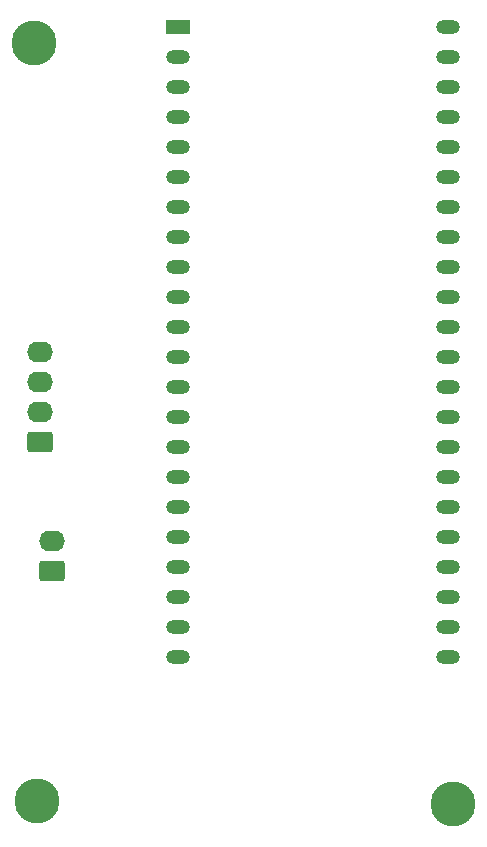
<source format=gbs>
G04 #@! TF.GenerationSoftware,KiCad,Pcbnew,9.0.0*
G04 #@! TF.CreationDate,2025-07-09T15:49:06-04:00*
G04 #@! TF.ProjectId,SMACAR RECEIVER BOARD,534d4143-4152-4205-9245-434549564552,rev?*
G04 #@! TF.SameCoordinates,Original*
G04 #@! TF.FileFunction,Soldermask,Bot*
G04 #@! TF.FilePolarity,Negative*
%FSLAX46Y46*%
G04 Gerber Fmt 4.6, Leading zero omitted, Abs format (unit mm)*
G04 Created by KiCad (PCBNEW 9.0.0) date 2025-07-09 15:49:06*
%MOMM*%
%LPD*%
G01*
G04 APERTURE LIST*
G04 Aperture macros list*
%AMRoundRect*
0 Rectangle with rounded corners*
0 $1 Rounding radius*
0 $2 $3 $4 $5 $6 $7 $8 $9 X,Y pos of 4 corners*
0 Add a 4 corners polygon primitive as box body*
4,1,4,$2,$3,$4,$5,$6,$7,$8,$9,$2,$3,0*
0 Add four circle primitives for the rounded corners*
1,1,$1+$1,$2,$3*
1,1,$1+$1,$4,$5*
1,1,$1+$1,$6,$7*
1,1,$1+$1,$8,$9*
0 Add four rect primitives between the rounded corners*
20,1,$1+$1,$2,$3,$4,$5,0*
20,1,$1+$1,$4,$5,$6,$7,0*
20,1,$1+$1,$6,$7,$8,$9,0*
20,1,$1+$1,$8,$9,$2,$3,0*%
G04 Aperture macros list end*
%ADD10C,3.800000*%
%ADD11RoundRect,0.250000X0.845000X-0.620000X0.845000X0.620000X-0.845000X0.620000X-0.845000X-0.620000X0*%
%ADD12O,2.190000X1.740000*%
%ADD13R,2.000000X1.200000*%
%ADD14O,2.000000X1.200000*%
G04 APERTURE END LIST*
D10*
G04 #@! TO.C,REF\u002A\u002A*
X126750000Y-116750000D03*
G04 #@! TD*
G04 #@! TO.C,REF\u002A\u002A*
X162000000Y-117000000D03*
G04 #@! TD*
G04 #@! TO.C,REF\u002A\u002A*
X126500000Y-52500000D03*
G04 #@! TD*
D11*
G04 #@! TO.C,J1*
X127020000Y-86310000D03*
D12*
X127020000Y-83770000D03*
X127020000Y-81230000D03*
X127020000Y-78690000D03*
G04 #@! TD*
D13*
G04 #@! TO.C,U1*
X138670000Y-51157920D03*
D14*
X138670000Y-53697920D03*
X138670000Y-56237920D03*
X138670000Y-58777920D03*
X138670000Y-61317920D03*
X138670000Y-63857920D03*
X138670000Y-66397920D03*
X138670000Y-68937920D03*
X138670000Y-71477920D03*
X138670000Y-74017920D03*
X138670000Y-76557920D03*
X138670000Y-79097920D03*
X138670000Y-81637920D03*
X138670000Y-84177920D03*
X138670000Y-86717920D03*
X138670000Y-89257920D03*
X138670000Y-91797920D03*
X138670000Y-94337920D03*
X138670000Y-96877920D03*
X138666320Y-99415200D03*
X138666320Y-101955200D03*
X138666320Y-104495200D03*
X161530000Y-104497920D03*
X161530000Y-101957920D03*
X161530000Y-99417920D03*
X161530000Y-96877920D03*
X161530000Y-94337920D03*
X161530000Y-91797920D03*
X161530000Y-89257920D03*
X161530000Y-86717920D03*
X161530000Y-84177920D03*
X161530000Y-81637920D03*
X161530000Y-79097920D03*
X161530000Y-76557920D03*
X161530000Y-74017920D03*
X161530000Y-71477920D03*
X161530000Y-68937920D03*
X161530000Y-66397920D03*
X161530000Y-63857920D03*
X161530000Y-61317920D03*
X161530000Y-58777920D03*
X161530000Y-56237920D03*
X161530000Y-53697920D03*
X161530000Y-51157920D03*
G04 #@! TD*
D11*
G04 #@! TO.C,J2*
X128020000Y-97270000D03*
D12*
X128020000Y-94730000D03*
G04 #@! TD*
M02*

</source>
